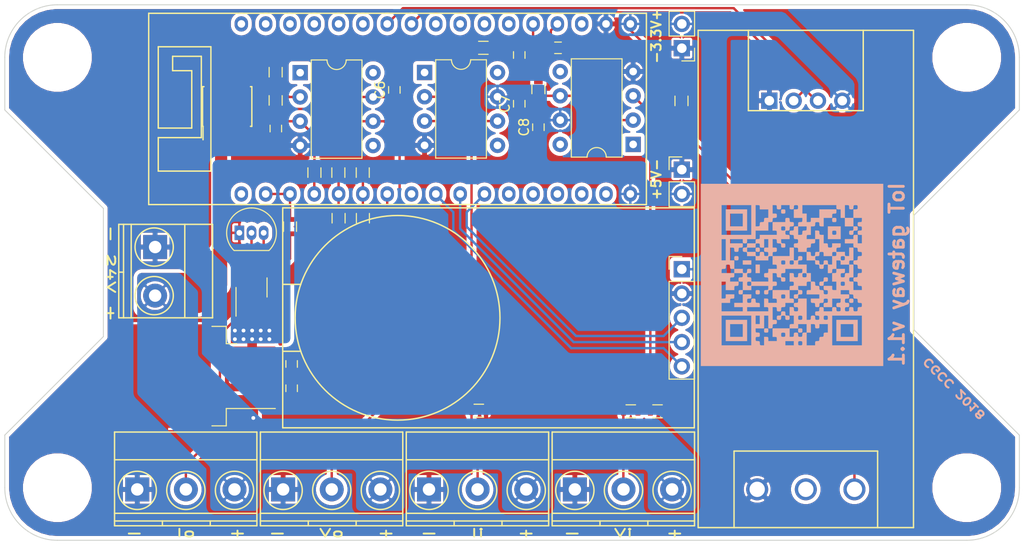
<source format=kicad_pcb>
(kicad_pcb (version 20171130) (host pcbnew "(5.0.0)")
  (layers (0 F.Cu signal) (31 B.Cu signal) (34 B.Paste user) (35 F.Paste user) (36 B.SilkS user) (37 F.SilkS user) (38 B.Mask user) (39 F.Mask user) (44 Edge.Cuts user))
  (net 0 "")
  (net 1 +24V)
  (net 2 GND)
  (net 3 +5V)
  (net 4 /Vin)
  (net 5 /Iin)
  (net 6 "Net-(C5-Pad1)")
  (net 7 +3V3)
  (net 8 /TxD)
  (net 9 /RxD)
  (net 10 "Net-(J3-Pad2)")
  (net 11 "Net-(J4-Pad2)")
  (net 12 "Net-(J5-Pad2)")
  (net 13 "Net-(J6-Pad2)")
  (net 14 /Vout)
  (net 15 "Net-(R6-Pad1)")
  (net 16 "Net-(R7-Pad1)")
  (net 17 /Iout)
  (net 18 "Net-(R8-Pad1)")
  (net 19 "Net-(R11-Pad2)")
  (net 20 "Net-(J7-Pad3)")
  (net 21 "Net-(R12-Pad2)")
  (net 22 "Net-(U2-Pad26)")
  (net 23 "Net-(U2-Pad27)")
  (net 24 "Net-(U2-Pad28)")
  (net 25 +10V)
  (net 26 "Net-(Q1-Pad3)")
  (net 27 "Net-(Q1-Pad2)")
  (net 28 /Vref)
  (net 29 /Vref-1.3)
  (net 30 /Vref-2.3)
  (net 31 "Net-(U2-Pad33)")
  (net 32 "Net-(U2-Pad32)")
  (net 33 "Net-(U2-Pad31)")
  (net 34 "Net-(U2-Pad30)")
  (net 35 "Net-(U2-Pad29)")
  (net 36 "Net-(U2-Pad25)")
  (net 37 "Net-(U2-Pad18)")
  (net 38 "Net-(U2-Pad17)")
  (net 39 "Net-(U2-Pad16)")
  (net 40 "Net-(U2-Pad15)")
  (net 41 "Net-(U2-Pad14)")
  (net 42 "Net-(U2-Pad13)")
  (net 43 "Net-(U2-Pad12)")
  (net 44 "Net-(U2-Pad7)")
  (net 45 "Net-(U2-Pad6)")
  (net 46 "Net-(U2-Pad3)")
  (net 47 "Net-(U3-Pad1)")
  (net 48 "Net-(U3-Pad3)")
  (net 49 "Net-(U3-Pad5)")
  (net 50 "Net-(U3-Pad7)")
  (net 51 "Net-(U3-Pad8)")
  (net 52 "Net-(J7-Pad2)")
  (net 53 "Net-(U6-Pad1)")
  (net 54 "Net-(U6-Pad5)")
  (net 55 "Net-(U6-Pad8)")
  (net 56 "Net-(U7-Pad1)")
  (net 57 "Net-(U7-Pad5)")
  (net 58 "Net-(U7-Pad8)")
  (net 59 "Net-(U8-Pad1)")
  (net 60 "Net-(U8-Pad5)")
  (net 61 "Net-(U8-Pad8)")
  (net 62 "Net-(U9-Pad1)")
  (net 63 "Net-(U9-Pad8)")
  (net 64 "Net-(U2-Pad9)")
  (net 65 "Net-(U2-Pad8)")
  (module Footprint:xy-017 (layer F.Cu) (at 123.19 98.171 90)
    (fp_text reference U5 hide)
    (fp_text value xy-017)
    (pad 1 thru_hole rect (at 18.64 -3.81 90) (size 1.7 1.7) (drill 1) (layers *.Cu *.Mask) (net 2 GND))
    (pad 4 thru_hole circle (at 18.64 3.81 90) (size 1.7 1.7) (drill 1) (layers *.Cu *.Mask) (net 7 +3V3))
    (pad 2 thru_hole circle (at 18.64 -1.27 90) (size 1.7 1.7) (drill 1) (layers *.Cu *.Mask) (net 9 /RxD))
    (pad 3 thru_hole circle (at 18.64 1.27 90) (size 1.7 1.7) (drill 1) (layers *.Cu *.Mask) (net 8 /TxD))
    (pad 5 thru_hole circle (at -22 5.08 90) (size 2.3 2.3) (drill 1.6) (layers *.Cu *.Mask) (net 20 "Net-(J7-Pad3)"))
    (pad 7 thru_hole circle (at -22 -5.08 90) (size 2.3 2.3) (drill 1.6) (layers *.Cu *.Mask) (net 2 GND))
    (pad 6 thru_hole circle (at -22 0 90) (size 2.3 2.3) (drill 1.6) (layers *.Cu *.Mask) (net 52 "Net-(J7-Pad2)"))
  )
  (module Footprint:ESP32v4 (layer F.Cu) (at 84.535 80.391 180)
    (fp_text reference U2 hide)
    (fp_text value ESP-32-PICO-KIT-V4)
    (pad 34 thru_hole oval (at -20.32 -8.89 180) (size 1.4 1.6) (drill 0.8) (layers *.Cu *.Mask) (net 3 +5V))
    (pad 33 thru_hole oval (at -17.78 -8.89 180) (size 1.4 1.6) (drill 0.8) (layers *.Cu *.Mask) (net 31 "Net-(U2-Pad33)"))
    (pad 32 thru_hole oval (at -15.24 -8.89 180) (size 1.4 1.6) (drill 0.8) (layers *.Cu *.Mask) (net 32 "Net-(U2-Pad32)"))
    (pad 31 thru_hole oval (at -12.7 -8.89 180) (size 1.4 1.6) (drill 0.8) (layers *.Cu *.Mask) (net 33 "Net-(U2-Pad31)"))
    (pad 30 thru_hole oval (at -10.16 -8.89 180) (size 1.4 1.6) (drill 0.8) (layers *.Cu *.Mask) (net 34 "Net-(U2-Pad30)"))
    (pad 29 thru_hole oval (at -7.62 -8.89 180) (size 1.4 1.6) (drill 0.8) (layers *.Cu *.Mask) (net 35 "Net-(U2-Pad29)"))
    (pad 28 thru_hole oval (at -5.08 -8.89 180) (size 1.4 1.6) (drill 0.8) (layers *.Cu *.Mask) (net 24 "Net-(U2-Pad28)"))
    (pad 27 thru_hole oval (at -2.54 -8.89 180) (size 1.4 1.6) (drill 0.8) (layers *.Cu *.Mask) (net 23 "Net-(U2-Pad27)"))
    (pad 26 thru_hole oval (at 0 -8.89 180) (size 1.4 1.6) (drill 0.8) (layers *.Cu *.Mask) (net 22 "Net-(U2-Pad26)"))
    (pad 25 thru_hole oval (at 2.54 -8.89 180) (size 1.4 1.6) (drill 0.8) (layers *.Cu *.Mask) (net 36 "Net-(U2-Pad25)"))
    (pad 24 thru_hole oval (at 5.08 -8.89 180) (size 1.4 1.6) (drill 0.8) (layers *.Cu *.Mask) (net 28 /Vref))
    (pad 23 thru_hole oval (at 7.62 -8.89 180) (size 1.4 1.6) (drill 0.8) (layers *.Cu *.Mask) (net 29 /Vref-1.3))
    (pad 22 thru_hole oval (at 10.16 -8.89 180) (size 1.4 1.6) (drill 0.8) (layers *.Cu *.Mask) (net 30 /Vref-2.3))
    (pad 21 thru_hole oval (at 12.7 -8.89 180) (size 1.4 1.6) (drill 0.8) (layers *.Cu *.Mask) (net 14 /Vout))
    (pad 20 thru_hole oval (at 15.24 -8.89 180) (size 1.4 1.6) (drill 0.8) (layers *.Cu *.Mask) (net 17 /Iout))
    (pad 19 thru_hole oval (at 17.78 -8.89 180) (size 1.4 1.6) (drill 0.8) (layers *.Cu *.Mask) (net 17 /Iout))
    (pad 18 thru_hole oval (at 20.32 -8.89 180) (size 1.4 1.6) (drill 0.8) (layers *.Cu *.Mask) (net 37 "Net-(U2-Pad18)"))
    (pad 17 thru_hole oval (at 20.32 8.89 180) (size 1.4 1.6) (drill 0.8) (layers *.Cu *.Mask) (net 38 "Net-(U2-Pad17)"))
    (pad 16 thru_hole oval (at 17.78 8.89 180) (size 1.4 1.6) (drill 0.8) (layers *.Cu *.Mask) (net 39 "Net-(U2-Pad16)"))
    (pad 15 thru_hole oval (at 15.24 8.89 180) (size 1.4 1.6) (drill 0.8) (layers *.Cu *.Mask) (net 40 "Net-(U2-Pad15)"))
    (pad 14 thru_hole oval (at 12.7 8.89 180) (size 1.4 1.6) (drill 0.8) (layers *.Cu *.Mask) (net 41 "Net-(U2-Pad14)"))
    (pad 13 thru_hole oval (at 10.16 8.89 180) (size 1.4 1.6) (drill 0.8) (layers *.Cu *.Mask) (net 42 "Net-(U2-Pad13)"))
    (pad 12 thru_hole oval (at 7.62 8.89 180) (size 1.4 1.6) (drill 0.8) (layers *.Cu *.Mask) (net 43 "Net-(U2-Pad12)"))
    (pad 11 thru_hole oval (at 5.08 8.89 180) (size 1.4 1.6) (drill 0.8) (layers *.Cu *.Mask) (net 8 /TxD))
    (pad 10 thru_hole oval (at 2.54 8.89 180) (size 1.4 1.6) (drill 0.8) (layers *.Cu *.Mask) (net 9 /RxD))
    (pad 9 thru_hole oval (at 0 8.89 180) (size 1.4 1.6) (drill 0.8) (layers *.Cu *.Mask) (net 64 "Net-(U2-Pad9)"))
    (pad 8 thru_hole oval (at -2.54 8.89 180) (size 1.4 1.6) (drill 0.8) (layers *.Cu *.Mask) (net 65 "Net-(U2-Pad8)"))
    (pad 7 thru_hole oval (at -5.08 8.89 180) (size 1.4 1.6) (drill 0.8) (layers *.Cu *.Mask) (net 44 "Net-(U2-Pad7)"))
    (pad 6 thru_hole oval (at -7.62 8.89 180) (size 1.4 1.6) (drill 0.8) (layers *.Cu *.Mask) (net 45 "Net-(U2-Pad6)"))
    (pad 5 thru_hole oval (at -10.16 8.89 180) (size 1.4 1.6) (drill 0.8) (layers *.Cu *.Mask) (net 5 /Iin))
    (pad 4 thru_hole oval (at -12.7 8.89 180) (size 1.4 1.6) (drill 0.8) (layers *.Cu *.Mask) (net 4 /Vin))
    (pad 3 thru_hole oval (at -15.24 8.89 180) (size 1.4 1.6) (drill 0.8) (layers *.Cu *.Mask) (net 46 "Net-(U2-Pad3)"))
    (pad 2 thru_hole oval (at -17.78 8.89 180) (size 1.4 1.6) (drill 0.8) (layers *.Cu *.Mask) (net 2 GND))
    (pad 1 thru_hole oval (at -20.32 8.89 180) (size 1.4 1.6) (drill 0.8) (layers *.Cu *.Mask) (net 7 +3V3))
  )
  (module Footprint:ds1302 (layer F.Cu) (at 110.236 102.235)
    (fp_text reference U4 hide)
    (fp_text value ds1302module)
    (pad 1 thru_hole rect (at 0 -5.08) (size 1.7 1.7) (drill 1) (layers *.Cu *.Mask) (net 7 +3V3))
    (pad 2 thru_hole oval (at 0 -2.54) (size 1.7 1.7) (drill 1) (layers *.Cu *.Mask) (net 2 GND))
    (pad 3 thru_hole oval (at 0 0) (size 1.7 1.7) (drill 1) (layers *.Cu *.Mask) (net 24 "Net-(U2-Pad28)"))
    (pad 4 thru_hole oval (at 0 2.54) (size 1.7 1.7) (drill 1) (layers *.Cu *.Mask) (net 23 "Net-(U2-Pad27)"))
    (pad 5 thru_hole oval (at 0 5.08) (size 1.7 1.7) (drill 1) (layers *.Cu *.Mask) (net 22 "Net-(U2-Pad26)"))
  )
  (module Footprint:TerminalBlock_3pol (layer F.Cu) (at 99.06 119.38)
    (fp_text reference J3 hide)
    (fp_text value Conn_01x03 hide)
    (pad 2 thru_hole circle (at 5.08 0.8) (size 2.5 2.5) (drill 1.3) (layers *.Cu *.Mask) (net 10 "Net-(J3-Pad2)"))
    (pad 1 thru_hole rect (at 0 0.8) (size 2.5 2.5) (drill 1.3) (layers *.Cu *.Mask) (net 2 GND))
    (pad 3 thru_hole circle (at 10.16 0.8) (size 2.5 2.5) (drill 1.3) (layers *.Cu *.Mask) (net 1 +24V))
  )
  (module Capacitors_SMD:C_0603 (layer F.Cu) (at 69.469 109.601 270)
    (fp_text reference C1 hide)
    (fp_text value 220n)
    (pad 2 smd rect (at 0.75 0 270) (size 0.8 0.75) (layers F.Cu F.Paste F.Mask) (net 1 +24V))
    (pad 1 smd rect (at -0.75 0 270) (size 0.8 0.75) (layers F.Cu F.Paste F.Mask) (net 2 GND))
  )
  (module Capacitors_SMD:C_0603 (layer F.Cu) (at 69.469 107.061 270)
    (fp_text reference C2 hide)
    (fp_text value 100n)
    (pad 2 smd rect (at 0.75 0 270) (size 0.8 0.75) (layers F.Cu F.Paste F.Mask) (net 2 GND))
    (pad 1 smd rect (at -0.75 0 270) (size 0.8 0.75) (layers F.Cu F.Paste F.Mask) (net 3 +5V))
  )
  (module Capacitors_SMD:C_0603 (layer F.Cu) (at 97.3 74)
    (fp_text reference C3 hide)
    (fp_text value 1μF)
    (pad 2 smd rect (at 0.75 0) (size 0.8 0.75) (layers F.Cu F.Paste F.Mask) (net 2 GND))
    (pad 1 smd rect (at -0.75 0) (size 0.8 0.75) (layers F.Cu F.Paste F.Mask) (net 4 /Vin))
  )
  (module Capacitors_SMD:C_0603 (layer F.Cu) (at 93.25 74.75 270)
    (fp_text reference C4 hide)
    (fp_text value 1μF)
    (pad 2 smd rect (at 0.75 0 270) (size 0.8 0.75) (layers F.Cu F.Paste F.Mask) (net 2 GND))
    (pad 1 smd rect (at -0.75 0 270) (size 0.8 0.75) (layers F.Cu F.Paste F.Mask) (net 5 /Iin))
  )
  (module Capacitors_SMD:C_0603 (layer F.Cu) (at 67.818 82.442 270)
    (fp_text reference C5 hide)
    (fp_text value 1μF)
    (pad 2 smd rect (at 0.75 0 270) (size 0.8 0.75) (layers F.Cu F.Paste F.Mask) (net 2 GND))
    (pad 1 smd rect (at -0.75 0 270) (size 0.8 0.75) (layers F.Cu F.Paste F.Mask) (net 6 "Net-(C5-Pad1)"))
  )
  (module Footprint:TerminalBlock_2pol (layer F.Cu) (at 56.007 94.834 270)
    (fp_text reference J1 hide)
    (fp_text value Conn_01x02)
    (pad 2 thru_hole circle (at 5.08 0.8 270) (size 2.5 2.5) (drill 1.3) (layers *.Cu *.Mask) (net 1 +24V))
    (pad 1 thru_hole rect (at 0 0.8 270) (size 2.5 2.5) (drill 1.3) (layers *.Cu *.Mask) (net 2 GND))
  )
  (module Footprint:TerminalBlock_3pol (layer F.Cu) (at 83.82 119.38)
    (fp_text reference J4 hide)
    (fp_text value Conn_01x03 hide)
    (pad 2 thru_hole circle (at 5.08 0.8) (size 2.5 2.5) (drill 1.3) (layers *.Cu *.Mask) (net 11 "Net-(J4-Pad2)"))
    (pad 1 thru_hole rect (at 0 0.8) (size 2.5 2.5) (drill 1.3) (layers *.Cu *.Mask) (net 2 GND))
    (pad 3 thru_hole circle (at 10.16 0.8) (size 2.5 2.5) (drill 1.3) (layers *.Cu *.Mask) (net 1 +24V))
  )
  (module Footprint:TerminalBlock_3pol (layer F.Cu) (at 68.58 119.38)
    (fp_text reference J5 hide)
    (fp_text value Conn_01x03 hide)
    (pad 2 thru_hole circle (at 5.08 0.8) (size 2.5 2.5) (drill 1.3) (layers *.Cu *.Mask) (net 12 "Net-(J5-Pad2)"))
    (pad 1 thru_hole rect (at 0 0.8) (size 2.5 2.5) (drill 1.3) (layers *.Cu *.Mask) (net 2 GND))
    (pad 3 thru_hole circle (at 10.16 0.8) (size 2.5 2.5) (drill 1.3) (layers *.Cu *.Mask) (net 1 +24V))
  )
  (module Footprint:TerminalBlock_3pol (layer F.Cu) (at 53.34 119.38)
    (fp_text reference J6 hide)
    (fp_text value Conn_01x03 hide)
    (pad 2 thru_hole circle (at 5.08 0.8) (size 2.5 2.5) (drill 1.3) (layers *.Cu *.Mask) (net 13 "Net-(J6-Pad2)"))
    (pad 1 thru_hole rect (at 0 0.8) (size 2.5 2.5) (drill 1.3) (layers *.Cu *.Mask) (net 2 GND))
    (pad 3 thru_hole circle (at 10.16 0.8) (size 2.5 2.5) (drill 1.3) (layers *.Cu *.Mask) (net 1 +24V))
  )
  (module Resistors_SMD:R_0603 (layer F.Cu) (at 76.915 91.821 90)
    (fp_text reference R1 hide)
    (fp_text value 2MΩ)
    (pad 1 smd rect (at -0.75 0 90) (size 0.5 0.9) (layers F.Cu F.Paste F.Mask) (net 28 /Vref))
    (pad 2 smd rect (at 0.75 0 90) (size 0.5 0.9) (layers F.Cu F.Paste F.Mask) (net 29 /Vref-1.3))
  )
  (module Resistors_SMD:R_0603 (layer F.Cu) (at 74.375 91.821 90)
    (fp_text reference R2 hide)
    (fp_text value 1MΩ)
    (pad 1 smd rect (at -0.75 0 90) (size 0.5 0.9) (layers F.Cu F.Paste F.Mask) (net 28 /Vref))
    (pad 2 smd rect (at 0.75 0 90) (size 0.5 0.9) (layers F.Cu F.Paste F.Mask) (net 30 /Vref-2.3))
  )
  (module Resistors_SMD:R_0603 (layer F.Cu) (at 74.35 87.05 270)
    (fp_text reference R3 hide)
    (fp_text value 2MΩ)
    (pad 1 smd rect (at -0.75 0 270) (size 0.5 0.9) (layers F.Cu F.Paste F.Mask) (net 2 GND))
    (pad 2 smd rect (at 0.75 0 270) (size 0.5 0.9) (layers F.Cu F.Paste F.Mask) (net 30 /Vref-2.3))
  )
  (module Resistors_SMD:R_0603 (layer F.Cu) (at 76.9 87.05 270)
    (fp_text reference R4 hide)
    (fp_text value 1MΩ)
    (pad 1 smd rect (at -0.75 0 270) (size 0.5 0.9) (layers F.Cu F.Paste F.Mask) (net 2 GND))
    (pad 2 smd rect (at 0.75 0 270) (size 0.5 0.9) (layers F.Cu F.Paste F.Mask) (net 29 /Vref-1.3))
  )
  (module Resistors_SMD:R_0603 (layer F.Cu) (at 71.85 87.05 270)
    (fp_text reference R5 hide)
    (fp_text value 10kΩ)
    (pad 1 smd rect (at -0.75 0 270) (size 0.5 0.9) (layers F.Cu F.Paste F.Mask) (net 6 "Net-(C5-Pad1)"))
    (pad 2 smd rect (at 0.75 0 270) (size 0.5 0.9) (layers F.Cu F.Paste F.Mask) (net 14 /Vout))
  )
  (module Resistors_SMD:R_0603 (layer F.Cu) (at 95.25 78.3 90)
    (fp_text reference R6 hide)
    (fp_text value 10kΩ)
    (pad 1 smd rect (at -0.75 0 90) (size 0.5 0.9) (layers F.Cu F.Paste F.Mask) (net 15 "Net-(R6-Pad1)"))
    (pad 2 smd rect (at 0.75 0 90) (size 0.5 0.9) (layers F.Cu F.Paste F.Mask) (net 4 /Vin))
  )
  (module Resistors_SMD:R_0603 (layer F.Cu) (at 89.5 74)
    (fp_text reference R7 hide)
    (fp_text value 10kΩ)
    (pad 1 smd rect (at -0.75 0) (size 0.5 0.9) (layers F.Cu F.Paste F.Mask) (net 16 "Net-(R7-Pad1)"))
    (pad 2 smd rect (at 0.75 0) (size 0.5 0.9) (layers F.Cu F.Paste F.Mask) (net 5 /Iin))
  )
  (module Resistors_SMD:R_0603 (layer F.Cu) (at 69.3 92.7 90)
    (fp_text reference R8 hide)
    (fp_text value 15kΩ)
    (pad 1 smd rect (at -0.75 0 90) (size 0.5 0.9) (layers F.Cu F.Paste F.Mask) (net 18 "Net-(R8-Pad1)"))
    (pad 2 smd rect (at 0.75 0 90) (size 0.5 0.9) (layers F.Cu F.Paste F.Mask) (net 17 /Iout))
  )
  (module Resistors_SMD:R_0603 (layer F.Cu) (at 67.8 76.55 90)
    (fp_text reference R9 hide)
    (fp_text value 10kΩ)
    (pad 1 smd rect (at -0.75 0 90) (size 0.5 0.9) (layers F.Cu F.Paste F.Mask) (net 19 "Net-(R11-Pad2)"))
    (pad 2 smd rect (at 0.75 0 90) (size 0.5 0.9) (layers F.Cu F.Paste F.Mask) (net 2 GND))
  )
  (module Resistors_SMD:R_0603 (layer F.Cu) (at 110.2 79.55 90)
    (fp_text reference R10 hide)
    (fp_text value "680 Ω")
    (pad 1 smd rect (at -0.75 0 90) (size 0.5 0.9) (layers F.Cu F.Paste F.Mask) (net 20 "Net-(J7-Pad3)"))
    (pad 2 smd rect (at 0.75 0 90) (size 0.5 0.9) (layers F.Cu F.Paste F.Mask) (net 7 +3V3))
  )
  (module Resistors_SMD:R_0603 (layer F.Cu) (at 67.8 79.5 90)
    (fp_text reference R11 hide)
    (fp_text value 22kΩ)
    (pad 1 smd rect (at -0.75 0 90) (size 0.5 0.9) (layers F.Cu F.Paste F.Mask) (net 12 "Net-(J5-Pad2)"))
    (pad 2 smd rect (at 0.75 0 90) (size 0.5 0.9) (layers F.Cu F.Paste F.Mask) (net 19 "Net-(R11-Pad2)"))
  )
  (module Resistors_SMD:R_0603 (layer F.Cu) (at 107.696 112.014 180)
    (fp_text reference R12 hide)
    (fp_text value 3.3kΩ)
    (pad 1 smd rect (at -0.75 0 180) (size 0.5 0.9) (layers F.Cu F.Paste F.Mask) (net 2 GND))
    (pad 2 smd rect (at 0.75 0 180) (size 0.5 0.9) (layers F.Cu F.Paste F.Mask) (net 21 "Net-(R12-Pad2)"))
  )
  (module Resistors_SMD:R_0603 (layer F.Cu) (at 89.027 111.9505)
    (fp_text reference R13 hide)
    (fp_text value 45.3Ω)
    (pad 1 smd rect (at -0.75 0) (size 0.5 0.9) (layers F.Cu F.Paste F.Mask) (net 11 "Net-(J4-Pad2)"))
    (pad 2 smd rect (at 0.75 0) (size 0.5 0.9) (layers F.Cu F.Paste F.Mask) (net 2 GND))
  )
  (module Resistors_SMD:R_0603 (layer F.Cu) (at 104.902 112.014)
    (fp_text reference R14 hide)
    (fp_text value 33kΩ)
    (pad 1 smd rect (at -0.75 0) (size 0.5 0.9) (layers F.Cu F.Paste F.Mask) (net 10 "Net-(J3-Pad2)"))
    (pad 2 smd rect (at 0.75 0) (size 0.5 0.9) (layers F.Cu F.Paste F.Mask) (net 21 "Net-(R12-Pad2)"))
  )
  (module TO_SOT_Packages_SMD:TO-263-3_TabPin2 (layer F.Cu) (at 59.69 108.331 180)
    (fp_text reference U1 hide)
    (fp_text value LM3405-5.0)
    (pad 1 smd rect (at -5.775 -2.54 180) (size 4.6 1.1) (layers F.Cu F.Paste F.Mask) (net 1 +24V))
    (pad 2 smd rect (at -5.775 0 180) (size 4.6 1.1) (layers F.Cu F.Paste F.Mask) (net 2 GND))
    (pad 3 smd rect (at -5.775 2.54 180) (size 4.6 1.1) (layers F.Cu F.Paste F.Mask) (net 3 +5V))
    (pad 2 smd rect (at 3.375 0 180) (size 9.4 10.8) (layers F.Cu F.Mask) (net 2 GND))
    (pad 2 smd rect (at 5.8 2.775 180) (size 4.55 5.25) (layers F.Cu F.Paste) (net 2 GND))
    (pad 2 smd rect (at 0.95 -2.775 180) (size 4.55 5.25) (layers F.Cu F.Paste) (net 2 GND))
    (pad 2 smd rect (at 5.8 -2.775 180) (size 4.55 5.25) (layers F.Cu F.Paste) (net 2 GND))
    (pad 2 smd rect (at 0.95 2.775 180) (size 4.55 5.25) (layers F.Cu F.Paste) (net 2 GND))
  )
  (module Housings_SOIC:SOIC-8_3.9x4.9mm_Pitch1.27mm (layer F.Cu) (at 62.738 80.137 90)
    (fp_text reference U3 hide)
    (fp_text value REF102AU)
    (pad 1 smd rect (at -2.7 -1.905 90) (size 1.55 0.6) (layers F.Cu F.Paste F.Mask) (net 47 "Net-(U3-Pad1)"))
    (pad 2 smd rect (at -2.7 -0.635 90) (size 1.55 0.6) (layers F.Cu F.Paste F.Mask) (net 1 +24V))
    (pad 3 smd rect (at -2.7 0.635 90) (size 1.55 0.6) (layers F.Cu F.Paste F.Mask) (net 48 "Net-(U3-Pad3)"))
    (pad 4 smd rect (at -2.7 1.905 90) (size 1.55 0.6) (layers F.Cu F.Paste F.Mask) (net 2 GND))
    (pad 5 smd rect (at 2.7 1.905 90) (size 1.55 0.6) (layers F.Cu F.Paste F.Mask) (net 49 "Net-(U3-Pad5)"))
    (pad 6 smd rect (at 2.7 0.635 90) (size 1.55 0.6) (layers F.Cu F.Paste F.Mask) (net 25 +10V))
    (pad 7 smd rect (at 2.7 -0.635 90) (size 1.55 0.6) (layers F.Cu F.Paste F.Mask) (net 50 "Net-(U3-Pad7)"))
    (pad 8 smd rect (at 2.7 -1.905 90) (size 1.55 0.6) (layers F.Cu F.Paste F.Mask) (net 51 "Net-(U3-Pad8)"))
  )
  (module Housings_DIP:DIP-8_W7.62mm (layer F.Cu) (at 105.15 84.1 180)
    (fp_text reference U6 hide)
    (fp_text value OPA344PA)
    (pad 1 thru_hole rect (at 0 0 180) (size 1.6 1.6) (drill 0.8) (layers *.Cu *.Mask) (net 53 "Net-(U6-Pad1)"))
    (pad 5 thru_hole oval (at 7.62 7.62 180) (size 1.6 1.6) (drill 0.8) (layers *.Cu *.Mask) (net 54 "Net-(U6-Pad5)"))
    (pad 2 thru_hole oval (at 0 2.54 180) (size 1.6 1.6) (drill 0.8) (layers *.Cu *.Mask) (net 15 "Net-(R6-Pad1)"))
    (pad 6 thru_hole oval (at 7.62 5.08 180) (size 1.6 1.6) (drill 0.8) (layers *.Cu *.Mask) (net 15 "Net-(R6-Pad1)"))
    (pad 3 thru_hole oval (at 0 5.08 180) (size 1.6 1.6) (drill 0.8) (layers *.Cu *.Mask) (net 21 "Net-(R12-Pad2)"))
    (pad 7 thru_hole oval (at 7.62 2.54 180) (size 1.6 1.6) (drill 0.8) (layers *.Cu *.Mask) (net 3 +5V))
    (pad 4 thru_hole oval (at 0 7.62 180) (size 1.6 1.6) (drill 0.8) (layers *.Cu *.Mask) (net 2 GND))
    (pad 8 thru_hole oval (at 7.62 0 180) (size 1.6 1.6) (drill 0.8) (layers *.Cu *.Mask) (net 55 "Net-(U6-Pad8)"))
  )
  (module Housings_DIP:DIP-8_W7.62mm (layer F.Cu) (at 83.358 76.581)
    (fp_text reference U7 hide)
    (fp_text value OPA344PA)
    (pad 1 thru_hole rect (at 0 0) (size 1.6 1.6) (drill 0.8) (layers *.Cu *.Mask) (net 56 "Net-(U7-Pad1)"))
    (pad 5 thru_hole oval (at 7.62 7.62) (size 1.6 1.6) (drill 0.8) (layers *.Cu *.Mask) (net 57 "Net-(U7-Pad5)"))
    (pad 2 thru_hole oval (at 0 2.54) (size 1.6 1.6) (drill 0.8) (layers *.Cu *.Mask) (net 16 "Net-(R7-Pad1)"))
    (pad 6 thru_hole oval (at 7.62 5.08) (size 1.6 1.6) (drill 0.8) (layers *.Cu *.Mask) (net 16 "Net-(R7-Pad1)"))
    (pad 3 thru_hole oval (at 0 5.08) (size 1.6 1.6) (drill 0.8) (layers *.Cu *.Mask) (net 11 "Net-(J4-Pad2)"))
    (pad 7 thru_hole oval (at 7.62 2.54) (size 1.6 1.6) (drill 0.8) (layers *.Cu *.Mask) (net 3 +5V))
    (pad 4 thru_hole oval (at 0 7.62) (size 1.6 1.6) (drill 0.8) (layers *.Cu *.Mask) (net 2 GND))
    (pad 8 thru_hole oval (at 7.62 0) (size 1.6 1.6) (drill 0.8) (layers *.Cu *.Mask) (net 58 "Net-(U7-Pad8)"))
  )
  (module Housings_DIP:DIP-8_W7.62mm (layer F.Cu) (at 70.358 76.6)
    (fp_text reference U8 hide)
    (fp_text value OPA705PA)
    (pad 1 thru_hole rect (at 0 0) (size 1.6 1.6) (drill 0.8) (layers *.Cu *.Mask) (net 59 "Net-(U8-Pad1)"))
    (pad 5 thru_hole oval (at 7.62 7.62) (size 1.6 1.6) (drill 0.8) (layers *.Cu *.Mask) (net 60 "Net-(U8-Pad5)"))
    (pad 2 thru_hole oval (at 0 2.54) (size 1.6 1.6) (drill 0.8) (layers *.Cu *.Mask) (net 19 "Net-(R11-Pad2)"))
    (pad 6 thru_hole oval (at 7.62 5.08) (size 1.6 1.6) (drill 0.8) (layers *.Cu *.Mask) (net 12 "Net-(J5-Pad2)"))
    (pad 3 thru_hole oval (at 0 5.08) (size 1.6 1.6) (drill 0.8) (layers *.Cu *.Mask) (net 6 "Net-(C5-Pad1)"))
    (pad 7 thru_hole oval (at 7.62 2.54) (size 1.6 1.6) (drill 0.8) (layers *.Cu *.Mask) (net 25 +10V))
    (pad 4 thru_hole oval (at 0 7.62) (size 1.6 1.6) (drill 0.8) (layers *.Cu *.Mask) (net 2 GND))
    (pad 8 thru_hole oval (at 7.62 0) (size 1.6 1.6) (drill 0.8) (layers *.Cu *.Mask) (net 61 "Net-(U8-Pad8)"))
  )
  (module Housings_SSOP:VSSOP-8_3.0x3.0mm_Pitch0.65mm (layer F.Cu) (at 65.278 99.06 90)
    (fp_text reference U9 hide)
    (fp_text value XTR117)
    (pad 1 smd rect (at -2.2 -0.975) (size 0.45 1.45) (layers F.Cu F.Paste F.Mask) (net 62 "Net-(U9-Pad1)"))
    (pad 2 smd rect (at -2.2 -0.325) (size 0.45 1.45) (layers F.Cu F.Paste F.Mask) (net 18 "Net-(R8-Pad1)"))
    (pad 3 smd rect (at -2.2 0.325) (size 0.45 1.45) (layers F.Cu F.Paste F.Mask) (net 2 GND))
    (pad 4 smd rect (at -2.2 0.975) (size 0.45 1.45) (layers F.Cu F.Paste F.Mask) (net 13 "Net-(J6-Pad2)"))
    (pad 5 smd rect (at 2.2 0.975) (size 0.45 1.45) (layers F.Cu F.Paste F.Mask) (net 26 "Net-(Q1-Pad3)"))
    (pad 6 smd rect (at 2.2 0.325) (size 0.45 1.45) (layers F.Cu F.Paste F.Mask) (net 27 "Net-(Q1-Pad2)"))
    (pad 7 smd rect (at 2.2 -0.325) (size 0.45 1.45) (layers F.Cu F.Paste F.Mask) (net 1 +24V))
    (pad 8 smd rect (at 2.2 -0.975) (size 0.45 1.45) (layers F.Cu F.Paste F.Mask) (net 63 "Net-(U9-Pad8)"))
  )
  (module TO_SOT_Packages_THT:TO-92_Inline_Narrow_Oval (layer F.Cu) (at 64.008 93.345)
    (fp_text reference Q1 hide)
    (fp_text value BC337)
    (pad 2 thru_hole oval (at 1.27 0 180) (size 1 1.5) (drill 0.6) (layers *.Cu *.Mask) (net 27 "Net-(Q1-Pad2)"))
    (pad 3 thru_hole oval (at 2.54 0 180) (size 1 1.5) (drill 0.6) (layers *.Cu *.Mask) (net 26 "Net-(Q1-Pad3)"))
    (pad 1 thru_hole rect (at 0 0 180) (size 1 1.5) (drill 0.6) (layers *.Cu *.Mask) (net 1 +24V))
  )
  (module Socket_Strips:Socket_Strip_Straight_1x02_Pitch2.54mm (layer F.Cu) (at 110.236 86.741)
    (fp_text reference J8 hide)
    (fp_text value Conn_01x02)
    (pad 1 thru_hole rect (at 0 0) (size 1.7 1.7) (drill 1) (layers *.Cu *.Mask) (net 2 GND))
    (pad 2 thru_hole oval (at 0 2.54) (size 1.7 1.7) (drill 1) (layers *.Cu *.Mask) (net 3 +5V))
  )
  (module Socket_Strips:Socket_Strip_Straight_1x02_Pitch2.54mm (layer F.Cu) (at 110.236 74.041 180)
    (fp_text reference J9 hide)
    (fp_text value Conn_01x02)
    (pad 1 thru_hole rect (at 0 0 180) (size 1.7 1.7) (drill 1) (layers *.Cu *.Mask) (net 2 GND))
    (pad 2 thru_hole oval (at 0 2.54 180) (size 1.7 1.7) (drill 1) (layers *.Cu *.Mask) (net 7 +3V3))
  )
  (module Mounting_Holes:MountingHole_6.4mm_M6_ISO7380 (layer F.Cu) (at 45 75)
    (fp_text reference REF** hide)
    (fp_text value MountingHole_6.4mm_M6_ISO7380)
    (pad 1 np_thru_hole circle (at 0 0) (size 6.4 6.4) (drill 6.4) (layers *.Cu *.Mask))
  )
  (module Mounting_Holes:MountingHole_6.4mm_M6_ISO7380 (layer F.Cu) (at 140 75)
    (fp_text reference REF** hide)
    (fp_text value MountingHole_6.4mm_M6_ISO7380)
    (pad 1 np_thru_hole circle (at 0 0) (size 6.4 6.4) (drill 6.4) (layers *.Cu *.Mask))
  )
  (module Mounting_Holes:MountingHole_6.4mm_M6_ISO7380 (layer F.Cu) (at 45 120)
    (fp_text reference REF** hide)
    (fp_text value MountingHole_6.4mm_M6_ISO7380)
    (pad 1 np_thru_hole circle (at 0 0) (size 6.4 6.4) (drill 6.4) (layers *.Cu *.Mask))
  )
  (module Mounting_Holes:MountingHole_6.4mm_M6_ISO7380 (layer F.Cu) (at 140 120)
    (fp_text reference REF** hide)
    (fp_text value MountingHole_6.4mm_M6_ISO7380)
    (pad 1 np_thru_hole circle (at 0 0) (size 6.4 6.4) (drill 6.4) (layers *.Cu *.Mask))
  )
  (module Capacitors_SMD:C_0603 (layer F.Cu) (at 80.2 78.4 90)
    (fp_text reference C6 (at 0 -1.5 90) (layer F.SilkS))
    (fp_text value 100n)
    (pad 2 smd rect (at 0.75 0 90) (size 0.8 0.75) (layers F.Cu F.Paste F.Mask) (net 2 GND))
    (pad 1 smd rect (at -0.75 0 90) (size 0.8 0.75) (layers F.Cu F.Paste F.Mask) (net 25 +10V))
  )
  (module Capacitors_SMD:C_0603 (layer F.Cu) (at 93.25 79.85 90)
    (fp_text reference C7 (at 0 -1.5 90) (layer F.SilkS))
    (fp_text value 100n)
    (pad 2 smd rect (at 0.75 0 90) (size 0.8 0.75) (layers F.Cu F.Paste F.Mask) (net 3 +5V))
    (pad 1 smd rect (at -0.75 0 90) (size 0.8 0.75) (layers F.Cu F.Paste F.Mask) (net 2 GND))
  )
  (module Capacitors_SMD:C_0603 (layer F.Cu) (at 95.25 82.3 90)
    (fp_text reference C8 (at 0 -1.5 90) (layer F.SilkS))
    (fp_text value 100n)
    (pad 2 smd rect (at 0.75 0 90) (size 0.8 0.75) (layers F.Cu F.Paste F.Mask) (net 3 +5V))
    (pad 1 smd rect (at -0.75 0 90) (size 0.8 0.75) (layers F.Cu F.Paste F.Mask) (net 2 GND))
  )
  (module Footprint:qr1 (layer B.Cu) (at 121.75 97.75)
    (fp_text reference G*** hide)
    (fp_text value LOGO hide)
  )
  (gr_text "CGCC 2018" (at 138.7 109.6 135) (layer B.SilkS) (effects (font (size 0.8 1) (thickness 0.2)) (justify mirror)))
  (gr_text "IoT gateway v1.1" (at 132.7 97.7 90) (layer B.SilkS) (effects (font (size 1.5 1.5) (thickness 0.3)) (justify mirror)))
  (gr_text "- 24V +" (at 50.6 97.6 270) (layer F.SilkS) (effects (font (size 0.8 1.5) (thickness 0.2))))
  (gr_line (start 49.8 90.8) (end 39.5 80.5) (angle 90) (layer Edge.Cuts) (width 0.1))
  (gr_line (start 49.8 104.2) (end 39.5 114.5) (angle 90) (layer Edge.Cuts) (width 0.1))
  (gr_line (start 49.8 90.8) (end 49.8 104.2) (angle 90) (layer Edge.Cuts) (width 0.1))
  (gr_text -3.3V+ (at 107.569 72.771 90) (layer F.SilkS) (effects (font (size 1 1) (thickness 0.2))))
  (gr_text +5V- (at 107.569 87.757 90) (layer F.SilkS) (effects (font (size 1 1) (thickness 0.2))))
  (gr_text "-   Vi   +" (at 104.14 124.741) (layer F.SilkS) (effects (font (size 0.8 1.5) (thickness 0.2))))
  (gr_text "-   Ii   +" (at 88.9 124.741) (layer F.SilkS) (effects (font (size 0.8 1.5) (thickness 0.2))))
  (gr_text "-   Vo   +" (at 73.66 124.741) (layer F.SilkS) (effects (font (size 0.8 1.5) (thickness 0.2))))
  (gr_text "-   Io   +" (at 58.42 124.741) (layer F.SilkS) (effects (font (size 0.8 1.5) (thickness 0.2))))
  (gr_line (start 134.5 103.5) (end 134.5 91.5) (angle 90) (layer Edge.Cuts) (width 0.1))
  (gr_line (start 145.5 114.5) (end 134.5 103.5) (angle 90) (layer Edge.Cuts) (width 0.1))
  (gr_line (start 145.5 120) (end 145.5 114.5) (angle 90) (layer Edge.Cuts) (width 0.1))
  (gr_line (start 145.5 80.5) (end 134.5 91.5) (angle 90) (layer Edge.Cuts) (width 0.1))
  (gr_line (start 145.5 75) (end 145.5 80.5) (angle 90) (layer Edge.Cuts) (width 0.1))
  (gr_line (start 39.5 120) (end 39.5 114.5) (angle 90) (layer Edge.Cuts) (width 0.1))
  (gr_line (start 39.5 75) (end 39.5 80.5) (angle 90) (layer Edge.Cuts) (width 0.1))
  (gr_line (start 45 69.5) (end 140 69.5) (angle 90) (layer Edge.Cuts) (width 0.1))
  (gr_line (start 45 125.5) (end 140 125.5) (angle 90) (layer Edge.Cuts) (width 0.1))
  (gr_arc (start 45 120) (end 45 125.5) (angle 90) (layer Edge.Cuts) (width 0.1))
  (gr_arc (start 140 120) (end 145.5 120) (angle 90) (layer Edge.Cuts) (width 0.1))
  (gr_arc (start 140 75) (end 140 69.5) (angle 90) (layer Edge.Cuts) (width 0.1))
  (gr_arc (start 45 75) (end 39.5 75) (angle 90) (layer Edge.Cuts) (width 0.1))
  (segment (start 64.953 96.86) (end 64.953 95.56) (width 0.25) (layer F.Cu) (net 1))
  (segment (start 64.953 95.56) (end 64.008 94.615) (width 0.25) (layer F.Cu) (net 1))
  (segment (start 64.008 94.615) (end 64.008 93.345) (width 0.25) (layer F.Cu) (net 1))
  (segment (start 65.465 110.871) (end 65.465 112.709) (width 1) (layer F.Cu) (net 1))
  (segment (start 65.465 112.709) (end 65.465 112.709) (width 1) (layer F.Cu) (net 1))
  (via (at 65.465 112.709) (size 0.8) (drill 0.4) (layers F.Cu B.Cu) (net 1))
  (segment (start 65.465 110.871) (end 68.949 110.871) (width 0.5) (layer F.Cu) (net 1))
  (segment (start 68.949 110.871) (end 69.469 110.351) (width 0.5) (layer F.Cu) (net 1))
  (segment (start 65.465 108.331) (end 69.469 108.331) (width 0.5) (layer F.Cu) (net 2))
  (segment (start 65.603 101.26) (end 65.603 99.8018) (width 0.25) (layer F.Cu) (net 2))
  (segment (start 65.603 99.8018) (end 65.6082 99.7966) (width 0.25) (layer F.Cu) (net 2))
  (segment (start 56.315 108.331) (end 56.315 114.7794) (width 0.5) (layer F.Cu) (net 2))
  (segment (start 56.315 108.331) (end 50.8 108.331) (width 0.5) (layer F.Cu) (net 2))
  (segment (start 65.465 105.791) (end 67.818 105.791) (width 0.5) (layer F.Cu) (net 3))
  (segment (start 67.818 105.791) (end 68.949 105.791) (width 0.5) (layer F.Cu) (net 3))
  (segment (start 68.949 105.791) (end 69.469 106.311) (width 0.5) (layer F.Cu) (net 3))
  (via (at 65.3415 103.5685) (size 0.8) (drill 0.4) (layers F.Cu B.Cu) (net 3))
  (via (at 65.3415 104.4685) (size 0.8) (drill 0.4) (layers F.Cu B.Cu) (net 3))
  (segment (start 65.3415 105.6675) (end 65.3415 104.4685) (width 1) (layer F.Cu) (net 3))
  (via (at 66.2415 103.5685) (size 0.8) (drill 0.4) (layers F.Cu B.Cu) (net 3))
  (via (at 66.2415 104.4685) (size 0.8) (drill 0.4) (layers F.Cu B.Cu) (net 3))
  (via (at 67.1415 103.5685) (size 0.8) (drill 0.4) (layers F.Cu B.Cu) (net 3))
  (via (at 67.1415 104.4685) (size 0.8) (drill 0.4) (layers F.Cu B.Cu) (net 3))
  (via (at 64.4415 103.5685) (size 0.8) (drill 0.4) (layers F.Cu B.Cu) (net 3))
  (via (at 64.4415 104.4685) (size 0.8) (drill 0.4) (layers F.Cu B.Cu) (net 3))
  (via (at 63.5415 103.5685) (size 0.8) (drill 0.4) (layers F.Cu B.Cu) (net 3))
  (via (at 63.5415 104.4685) (size 0.8) (drill 0.4) (layers F.Cu B.Cu) (net 3))
  (segment (start 97.53 81.56) (end 95.26 81.56) (width 0.25) (layer F.Cu) (net 3))
  (segment (start 95.26 81.56) (end 95.25 81.55) (width 0.25) (layer F.Cu) (net 3))
  (segment (start 90.978 79.121) (end 93.229 79.121) (width 0.25) (layer F.Cu) (net 3))
  (segment (start 95.25 77.55) (end 95.25 74.55) (width 0.25) (layer F.Cu) (net 4))
  (segment (start 95.8 74) (end 96.55 74) (width 0.25) (layer F.Cu) (net 4))
  (segment (start 95.25 74.55) (end 95.8 74) (width 0.25) (layer F.Cu) (net 4))
  (segment (start 96.55 74) (end 96.55 72.186) (width 0.25) (layer F.Cu) (net 4))
  (segment (start 96.55 72.186) (end 97.235 71.501) (width 0.25) (layer F.Cu) (net 4))
  (segment (start 93.25 74) (end 90.25 74) (width 0.25) (layer F.Cu) (net 5))
  (segment (start 93.25 74) (end 94 74) (width 0.25) (layer F.Cu) (net 5))
  (segment (start 94.695 73.305) (end 94.695 71.501) (width 0.25) (layer F.Cu) (net 5))
  (segment (start 94 74) (end 94.695 73.305) (width 0.25) (layer F.Cu) (net 5))
  (segment (start 70.358 81.68) (end 67.83 81.68) (width 0.25) (layer F.Cu) (net 6))
  (segment (start 67.83 81.68) (end 67.818 81.692) (width 0.25) (layer F.Cu) (net 6))
  (segment (start 71.85 86.3) (end 71.85 83.172) (width 0.25) (layer F.Cu) (net 6))
  (segment (start 71.85 83.172) (end 70.358 81.68) (width 0.25) (layer F.Cu) (net 6))
  (segment (start 104.855 71.501) (end 104.855 72.155) (width 0.25) (layer F.Cu) (net 7))
  (segment (start 110.2 77.5) (end 110.2 78.8) (width 0.25) (layer F.Cu) (net 7))
  (segment (start 104.855 72.155) (end 110.2 77.5) (width 0.25) (layer F.Cu) (net 7))
  (segment (start 124.46 79.531) (end 124.281 79.531) (width 0.25) (layer F.Cu) (net 8))
  (segment (start 81.1 69.85) (end 115.65 69.85) (width 0.25) (layer F.Cu) (net 8))
  (segment (start 79.455 71.495) (end 81.1 69.85) (width 0.25) (layer F.Cu) (net 8))
  (segment (start 79.455 71.495) (end 79.455 71.501) (width 0.25) (layer F.Cu) (net 8))
  (segment (start 123.4 78.65) (end 124.281 79.531) (width 0.25) (layer F.Cu) (net 8))
  (segment (start 123.4 77.6) (end 123.4 78.65) (width 0.25) (layer F.Cu) (net 8))
  (segment (start 115.65 69.85) (end 123.4 77.6) (width 0.25) (layer F.Cu) (net 8))
  (segment (start 121.92 79.531) (end 122.8 78.651) (width 0.25) (layer F.Cu) (net 9))
  (segment (start 83.2 70.3) (end 115.3 70.3) (width 0.25) (layer F.Cu) (net 9))
  (segment (start 81.999 71.501) (end 83.2 70.3) (width 0.25) (layer F.Cu) (net 9))
  (segment (start 81.999 71.501) (end 81.995 71.501) (width 0.25) (layer F.Cu) (net 9))
  (segment (start 122.8 77.8) (end 122.8 78.651) (width 0.25) (layer F.Cu) (net 9))
  (segment (start 115.3 70.3) (end 122.8 77.8) (width 0.25) (layer F.Cu) (net 9))
  (segment (start 104.128 111.9505) (end 104.128 120.168) (width 0.25) (layer F.Cu) (net 10))
  (segment (start 104.128 120.168) (end 104.14 120.18) (width 0.25) (layer F.Cu) (net 10))
  (segment (start 88.9 120.18) (end 88.9 117.221) (width 0.25) (layer F.Cu) (net 11))
  (segment (start 83.358 81.661) (end 85.09 81.661) (width 0.25) (layer F.Cu) (net 11))
  (segment (start 88.265 116.586) (end 88.9 117.221) (width 0.25) (layer F.Cu) (net 11))
  (segment (start 88.265 84.836) (end 88.265 116.586) (width 0.25) (layer F.Cu) (net 11))
  (segment (start 85.09 81.661) (end 88.265 84.836) (width 0.25) (layer F.Cu) (net 11))
  (segment (start 74.441 81.68) (end 75.6 81.68) (width 0.25) (layer F.Cu) (net 12))
  (segment (start 67.8 80.25) (end 68.7 80.25) (width 0.25) (layer F.Cu) (net 12))
  (segment (start 68.841 80.391) (end 68.7 80.25) (width 0.25) (layer F.Cu) (net 12))
  (segment (start 73.152 80.391) (end 68.841 80.391) (width 0.25) (layer F.Cu) (net 12))
  (segment (start 73.152 80.391) (end 74.441 81.68) (width 0.25) (layer F.Cu) (net 12))
  (segment (start 75.6 81.68) (end 77.978 81.68) (width 0.25) (layer F.Cu) (net 12))
  (segment (start 77.978 81.68) (end 79.13 81.68) (width 0.25) (layer F.Cu) (net 12))
  (segment (start 73.66 116.69) (end 73.66 120.18) (width 0.25) (layer F.Cu) (net 12))
  (segment (start 80.75 109.6) (end 73.66 116.69) (width 0.25) (layer F.Cu) (net 12))
  (segment (start 80.75 83.3) (end 80.75 109.6) (width 0.25) (layer F.Cu) (net 12))
  (segment (start 79.13 81.68) (end 80.75 83.3) (width 0.25) (layer F.Cu) (net 12))
  (segment (start 58.42 120.18) (end 58.42 117.602) (width 0.25) (layer F.Cu) (net 13))
  (segment (start 61.976 104.013) (end 61.976 114.046) (width 0.25) (layer F.Cu) (net 13))
  (segment (start 61.976 114.046) (end 58.42 117.602) (width 0.25) (layer F.Cu) (net 13))
  (segment (start 61.976 104.013) (end 63.373 102.616) (width 0.25) (layer F.Cu) (net 13))
  (segment (start 63.373 102.616) (end 65.913 102.616) (width 0.25) (layer F.Cu) (net 13))
  (segment (start 65.913 102.616) (end 66.253 102.276) (width 0.25) (layer F.Cu) (net 13))
  (segment (start 66.253 102.276) (end 66.253 101.26) (width 0.25) (layer F.Cu) (net 13))
  (segment (start 71.85 89.266) (end 71.835 89.281) (width 0.25) (layer F.Cu) (net 14))
  (segment (start 71.835 89.281) (end 71.835 87.815) (width 0.25) (layer F.Cu) (net 14))
  (segment (start 71.835 87.815) (end 71.85 87.8) (width 0.25) (layer F.Cu) (net 14))
  (segment (start 97.53 79.02) (end 95.28 79.02) (width 0.25) (layer F.Cu) (net 15))
  (segment (start 95.28 79.02) (end 95.25 79.05) (width 0.25) (layer F.Cu) (net 15))
  (segment (start 97.53 79.02) (end 99.975 79.02) (width 0.25) (layer F.Cu) (net 15))
  (segment (start 102.515 81.56) (end 105.15 81.56) (width 0.25) (layer F.Cu) (net 15))
  (segment (start 99.975 79.02) (end 102.515 81.56) (width 0.25) (layer F.Cu) (net 15))
  (segment (start 83.358 79.121) (end 86.421 79.121) (width 0.25) (layer F.Cu) (net 16))
  (segment (start 88.961 81.661) (end 90.978 81.661) (width 0.25) (layer F.Cu) (net 16))
  (segment (start 86.421 79.121) (end 88.961 81.661) (width 0.25) (layer F.Cu) (net 16))
  (segment (start 88.75 74) (end 88.75 76.792) (width 0.25) (layer F.Cu) (net 16))
  (segment (start 88.75 76.792) (end 86.421 79.121) (width 0.25) (layer F.Cu) (net 16))
  (segment (start 66.755 89.281) (end 69.295 89.281) (width 0.25) (layer F.Cu) (net 17))
  (segment (start 69.3 91.95) (end 69.3 89.286) (width 0.25) (layer F.Cu) (net 17))
  (segment (start 69.3 89.286) (end 69.295 89.281) (width 0.25) (layer F.Cu) (net 17))
  (segment (start 64.953 99.0802) (end 65.4304 98.6028) (width 0.25) (layer F.Cu) (net 18))
  (segment (start 69.3 96.054) (end 66.7512 98.6028) (width 0.25) (layer F.Cu) (net 18))
  (segment (start 69.3 93.45) (end 69.3 96.054) (width 0.25) (layer F.Cu) (net 18))
  (segment (start 64.953 99.0802) (end 64.953 101.26) (width 0.25) (layer F.Cu) (net 18))
  (segment (start 65.4304 98.6028) (end 66.7512 98.6028) (width 0.25) (layer F.Cu) (net 18))
  (segment (start 67.8 77.3) (end 67.8 78.75) (width 0.25) (layer F.Cu) (net 19))
  (segment (start 70.358 79.14) (end 69.19 79.14) (width 0.25) (layer F.Cu) (net 19))
  (segment (start 68.8 78.75) (end 67.8 78.75) (width 0.25) (layer F.Cu) (net 19))
  (segment (start 69.19 79.14) (end 68.8 78.75) (width 0.25) (layer F.Cu) (net 19))
  (segment (start 110.2 80.3) (end 110.2 82.5) (width 0.25) (layer F.Cu) (net 20))
  (segment (start 128.27 100.57) (end 128.27 120.171) (width 0.25) (layer F.Cu) (net 20))
  (segment (start 110.2 82.5) (end 128.27 100.57) (width 0.25) (layer F.Cu) (net 20))
  (segment (start 105.652 112.014) (end 106.946 112.014) (width 0.25) (layer F.Cu) (net 21))
  (segment (start 106.946 112.014) (end 106.946 80.816) (width 0.25) (layer F.Cu) (net 21))
  (segment (start 106.946 80.816) (end 105.15 79.02) (width 0.25) (layer F.Cu) (net 21))
  (segment (start 108.331 105.41) (end 110.236 107.315) (width 0.25) (layer B.Cu) (net 22))
  (segment (start 98.679 105.41) (end 108.331 105.41) (width 0.25) (layer B.Cu) (net 22))
  (segment (start 86.36 93.091) (end 98.679 105.41) (width 0.25) (layer B.Cu) (net 22))
  (segment (start 84.535 89.281) (end 84.535 89.361) (width 0.25) (layer B.Cu) (net 22))
  (segment (start 86.36 91.186) (end 86.36 93.091) (width 0.25) (layer B.Cu) (net 22))
  (segment (start 84.535 89.361) (end 86.36 91.186) (width 0.25) (layer B.Cu) (net 22))
  (segment (start 110.236 104.775) (end 98.933 104.775) (width 0.25) (layer B.Cu) (net 23))
  (segment (start 87.075 92.917) (end 87.075 89.281) (width 0.25) (layer B.Cu) (net 23))
  (segment (start 98.933 104.775) (end 87.075 92.917) (width 0.25) (layer B.Cu) (net 23))
  (segment (start 108.331 104.14) (end 110.236 102.235) (width 0.25) (layer B.Cu) (net 24))
  (segment (start 99.187 104.14) (end 108.331 104.14) (width 0.25) (layer B.Cu) (net 24))
  (segment (start 89.615 94.568) (end 99.187 104.14) (width 0.25) (layer B.Cu) (net 24))
  (segment (start 89.615 89.281) (end 89.615 89.328) (width 0.25) (layer B.Cu) (net 24))
  (segment (start 87.757 92.71) (end 89.615 94.568) (width 0.25) (layer B.Cu) (net 24))
  (segment (start 87.757 91.186) (end 87.757 92.71) (width 0.25) (layer B.Cu) (net 24))
  (segment (start 89.615 89.328) (end 87.757 91.186) (width 0.25) (layer B.Cu) (net 24))
  (segment (start 63.373 77.437) (end 63.373 75.377) (width 0.25) (layer F.Cu) (net 25))
  (segment (start 76.39 79.14) (end 77.978 79.14) (width 0.25) (layer F.Cu) (net 25))
  (segment (start 75.45 78.2) (end 76.39 79.14) (width 0.25) (layer F.Cu) (net 25))
  (segment (start 75.45 75.5) (end 75.45 78.2) (width 0.25) (layer F.Cu) (net 25))
  (segment (start 73.8 73.85) (end 75.45 75.5) (width 0.25) (layer F.Cu) (net 25))
  (segment (start 64.9 73.85) (end 73.8 73.85) (width 0.25) (layer F.Cu) (net 25))
  (segment (start 63.373 75.377) (end 64.9 73.85) (width 0.25) (layer F.Cu) (net 25))
  (segment (start 80.2 79.15) (end 77.988 79.15) (width 0.25) (layer F.Cu) (net 25))
  (segment (start 77.988 79.15) (end 77.978 79.14) (width 0.25) (layer F.Cu) (net 25))
  (segment (start 66.253 96.86) (end 66.253 94.91) (width 0.25) (layer F.Cu) (net 26))
  (segment (start 66.548 94.615) (end 66.548 93.345) (width 0.25) (layer F.Cu) (net 26))
  (segment (start 66.253 94.91) (end 66.548 94.615) (width 0.25) (layer F.Cu) (net 26))
  (segment (start 65.603 96.86) (end 65.603 94.94) (width 0.25) (layer F.Cu) (net 27))
  (segment (start 65.278 94.615) (end 65.278 93.345) (width 0.25) (layer F.Cu) (net 27))
  (segment (start 65.603 94.94) (end 65.278 94.615) (width 0.25) (layer F.Cu) (net 27))
  (segment (start 74.375 92.571) (end 76.915 92.571) (width 0.25) (layer F.Cu) (net 28))
  (segment (start 76.915 92.571) (end 77.979 92.571) (width 0.25) (layer F.Cu) (net 28))
  (segment (start 79.455 91.095) (end 79.455 89.281) (width 0.25) (layer F.Cu) (net 28))
  (segment (start 77.979 92.571) (end 79.455 91.095) (width 0.25) (layer F.Cu) (net 28))
  (segment (start 76.915 89.281) (end 76.915 91.071) (width 0.25) (layer F.Cu) (net 29))
  (segment (start 76.915 89.281) (end 76.915 87.815) (width 0.25) (layer F.Cu) (net 29))
  (segment (start 76.915 87.815) (end 76.9 87.8) (width 0.25) (layer F.Cu) (net 29))
  (segment (start 74.375 91.071) (end 74.375 89.281) (width 0.25) (layer F.Cu) (net 30))
  (segment (start 74.375 89.281) (end 74.375 87.825) (width 0.25) (layer F.Cu) (net 30))
  (segment (start 74.375 87.825) (end 74.35 87.8) (width 0.25) (layer F.Cu) (net 30))
  (segment (start 77.978 84.22) (end 78.105 84.347) (width 0.25) (layer F.Cu) (net 60))
  (segment (start 84.535 71.065) (end 84.535 71.501) (width 0.25) (layer F.Cu) (net 64))
  (segment (start 87.075 71.325) (end 87.075 71.501) (width 0.25) (layer F.Cu) (net 65))
  (zone (net 0) (net_name "") (layer F.Cu) (connect_pads (clearance 0.2)) (min_thickness 0.25)
    (keepout (tracks not_allowed) (vias not_allowed) (copperpour not_allowed))
    (fill (arc_segments 16) (thermal_gap 0.25) (thermal_bridge_width 0.5))
    (polygon (pts (xy 68.5165 98.7425) (xy 72.517 98.7425) (xy 72.517 105.7275) (xy 68.5165 105.7275)))
  )
  (zone (net 1) (net_name +24V) (layer F.Cu) (priority 1) (connect_pads (clearance 0.4)) (min_thickness 0.22) (fill yes (arc_segments 16) (thermal_gap 0.25) (thermal_bridge_width 0.255) (smoothing fillet) (radius 0.5))
    (polygon (pts (xy 53.34 97.536) (xy 53.34 101.727) (xy 60.071 101.727) (xy 62.738 99.06) (xy 62.738 94.742) (xy 64.262 94.742) (xy 64.262 91.948) (xy 62.738 91.948) (xy 62.738 81.788) (xy 61.468 81.788) (xy 61.468 91.948) (xy 61.468 94.869) (xy 58.801 97.536)))
  )
  (zone (net 1) (net_name +24V) (layer B.Cu) (priority 1) (connect_pads (clearance 0.4)) (min_thickness 0.2) (fill yes (arc_segments 32) (thermal_gap 0.25) (thermal_bridge_width 0.255) (smoothing fillet) (radius 0.5))
    (polygon (pts (xy 59.69 99.441) (xy 59.69 106.172) (xy 66.294 112.776) (xy 107.696 112.776) (xy 111.76 116.84) (xy 111.76 122.428) (xy 106.68 122.428) (xy 106.68 118.11) (xy 96.52 118.11) (xy 96.52 122.428) (xy 91.44 122.428) (xy 91.44 118.11) (xy 81.28 118.11) (xy 81.28 122.428) (xy 76.2 122.428) (xy 76.2 118.11) (xy 66.04 118.11) (xy 66.04 122.428) (xy 60.96 122.428) (xy 60.96 117.856) (xy 53.34 110.236) (xy 53.34 97.536) (xy 57.785 97.536)))
  )
  (zone (net 2) (net_name GND) (layer B.Cu) (connect_pads (clearance 0.4)) (min_thickness 0.2) (fill yes (arc_segments 32) (thermal_gap 0.25) (thermal_bridge_width 0.5) (smoothing fillet) (radius 0.5))
    (polygon (pts (xy 146 126) (xy 39 126) (xy 39 69) (xy 146 69)))
  )
  (zone (net 3) (net_name +5V) (layer F.Cu) (priority 1) (connect_pads (clearance 0.2)) (min_thickness 0.0254) (fill yes (arc_segments 16) (thermal_gap 0.25) (thermal_bridge_width 0.25))
    (polygon (pts (xy 67.691 104.902) (xy 63.119 104.902) (xy 63.119 103.759) (xy 63.754 103.124) (xy 67.691 103.124)))
  )
  (zone (net 3) (net_name +5V) (layer B.Cu) (priority 1) (connect_pads (clearance 0.4)) (min_thickness 0.2) (fill yes (arc_segments 16) (thermal_gap 0.25) (thermal_bridge_width 0.255) (smoothing fillet) (radius 0.5))
    (polygon (pts (xy 96.139 80.264) (xy 98.806 80.264) (xy 98.806 82.804) (xy 96.139 82.804) (xy 96.139 85.852) (xy 106.553 85.852) (xy 106.553 88.011) (xy 111.76 88.011) (xy 111.76 90.551) (xy 103.632 90.551) (xy 103.632 88.265) (xy 69.342 88.265) (xy 69.342 104.902) (xy 65.405 104.902) (xy 63.119 104.902) (xy 63.119 96.774) (xy 61.214 94.869) (xy 61.214 85.725) (xy 92.075 85.725) (xy 92.075 80.391) (xy 89.5985 80.391) (xy 89.5985 77.851) (xy 96.139 77.851)))
  )
  (zone (net 2) (net_name GND) (layer F.Cu) (connect_pads (clearance 0.4)) (min_thickness 0.2) (fill yes (arc_segments 32) (thermal_gap 0.25) (thermal_bridge_width 0.5) (smoothing fillet) (radius 0.5))
    (polygon (pts (xy 146 126) (xy 39 126) (xy 39 69) (xy 146 69)))
  )
  (zone (net 7) (net_name +3V3) (layer B.Cu) (priority 1) (connect_pads (clearance 0.4)) (min_thickness 0.22) (fill yes (arc_segments 16) (thermal_gap 0.25) (thermal_bridge_width 0.255) (smoothing fillet) (radius 0.5))
    (polygon (pts (xy 128.27 77.597) (xy 128.27 80.772) (xy 125.73 80.772) (xy 125.73 78.359) (xy 120.142 72.771) (xy 114.935 72.771) (xy 114.935 98.425) (xy 108.966 98.425) (xy 108.966 95.885) (xy 112.268 95.885) (xy 112.268 72.771) (xy 103.632 72.771) (xy 103.632 70.231) (xy 120.904 70.231)))
  )
)
</source>
